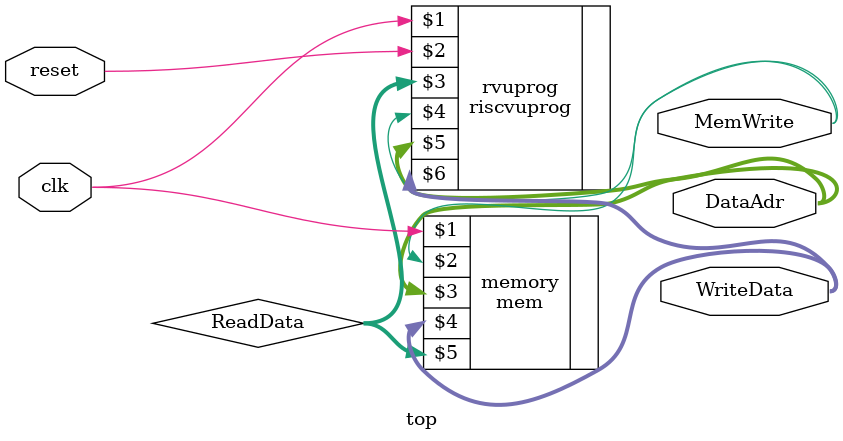
<source format=sv>

module top(
        input  logic        clk, reset, 
        output logic [31:0] WriteData, DataAdr, 
        output logic        MemWrite);

    logic [31:0] ReadData;

    riscvuprog rvuprog(clk, reset, ReadData, MemWrite, DataAdr, WriteData);

    mem memory(clk, MemWrite, DataAdr, WriteData, ReadData);

endmodule
</source>
